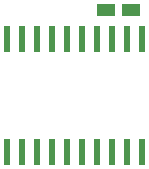
<source format=gtp>
G75*
G70*
%OFA0B0*%
%FSLAX24Y24*%
%IPPOS*%
%LPD*%
%AMOC8*
5,1,8,0,0,1.08239X$1,22.5*
%
%ADD10R,0.0236X0.0866*%
%ADD11R,0.0591X0.0394*%
D10*
X010550Y002070D03*
X011050Y002070D03*
X011550Y002070D03*
X012050Y002070D03*
X012550Y002070D03*
X013050Y002070D03*
X013550Y002070D03*
X014050Y002070D03*
X014550Y002060D03*
X015050Y002060D03*
X015050Y005840D03*
X014550Y005840D03*
X014050Y005840D03*
X013550Y005840D03*
X013050Y005840D03*
X012550Y005840D03*
X012050Y005840D03*
X011550Y005840D03*
X011050Y005840D03*
X010550Y005840D03*
D11*
X013836Y006800D03*
X014664Y006800D03*
M02*

</source>
